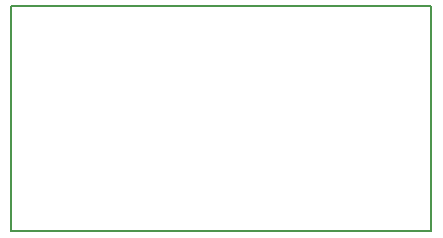
<source format=gbr>
G04 (created by PCBNEW (2013-07-07 BZR 4022)-stable) date 6/18/2014 11:19:17 PM*
%MOIN*%
G04 Gerber Fmt 3.4, Leading zero omitted, Abs format*
%FSLAX34Y34*%
G01*
G70*
G90*
G04 APERTURE LIST*
%ADD10C,0.00393701*%
%ADD11C,0.00590551*%
G04 APERTURE END LIST*
G54D10*
G54D11*
X0Y0D02*
G75*
G03X0Y0I0J0D01*
G74*
G01*
X0Y0D02*
X0Y0D01*
X0Y0D02*
X0Y0D01*
X14000Y7500D02*
X0Y7500D01*
X14000Y0D02*
X14000Y7500D01*
X0Y0D02*
X14000Y0D01*
X0Y7500D02*
X0Y0D01*
M02*

</source>
